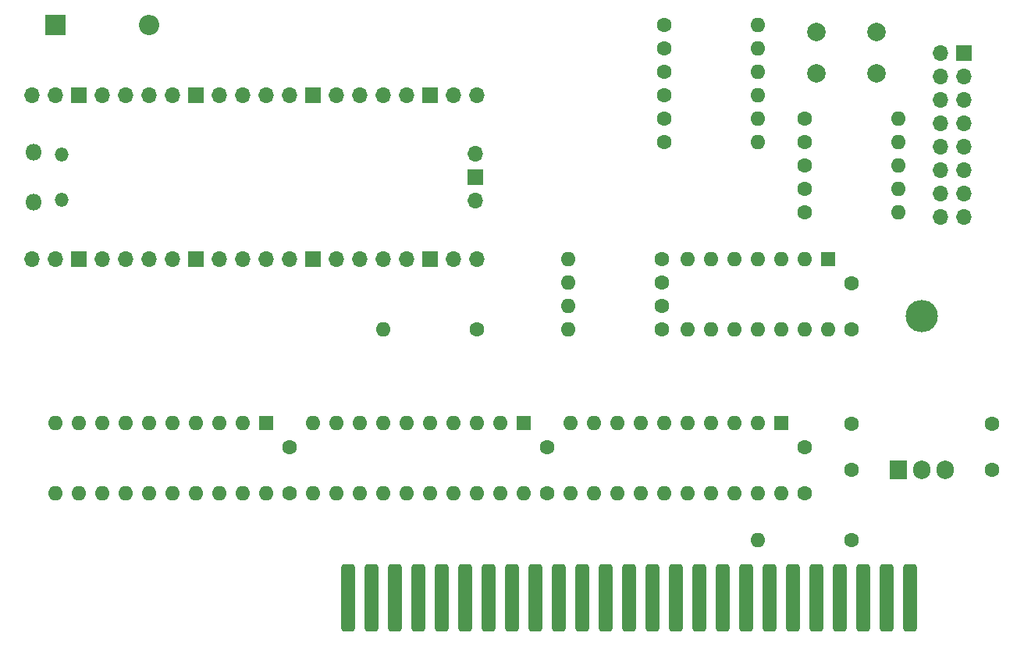
<source format=gbs>
%TF.GenerationSoftware,KiCad,Pcbnew,7.0.8-1.fc38*%
%TF.CreationDate,2023-10-28T17:25:26+02:00*%
%TF.ProjectId,AppleVGA,4170706c-6556-4474-912e-6b696361645f,A*%
%TF.SameCoordinates,Original*%
%TF.FileFunction,Soldermask,Bot*%
%TF.FilePolarity,Negative*%
%FSLAX46Y46*%
G04 Gerber Fmt 4.6, Leading zero omitted, Abs format (unit mm)*
G04 Created by KiCad (PCBNEW 7.0.8-1.fc38) date 2023-10-28 17:25:26*
%MOMM*%
%LPD*%
G01*
G04 APERTURE LIST*
G04 Aperture macros list*
%AMRoundRect*
0 Rectangle with rounded corners*
0 $1 Rounding radius*
0 $2 $3 $4 $5 $6 $7 $8 $9 X,Y pos of 4 corners*
0 Add a 4 corners polygon primitive as box body*
4,1,4,$2,$3,$4,$5,$6,$7,$8,$9,$2,$3,0*
0 Add four circle primitives for the rounded corners*
1,1,$1+$1,$2,$3*
1,1,$1+$1,$4,$5*
1,1,$1+$1,$6,$7*
1,1,$1+$1,$8,$9*
0 Add four rect primitives between the rounded corners*
20,1,$1+$1,$2,$3,$4,$5,0*
20,1,$1+$1,$4,$5,$6,$7,0*
20,1,$1+$1,$6,$7,$8,$9,0*
20,1,$1+$1,$8,$9,$2,$3,0*%
G04 Aperture macros list end*
%ADD10O,1.700000X1.700000*%
%ADD11R,1.700000X1.700000*%
%ADD12RoundRect,0.381000X0.381000X3.289000X-0.381000X3.289000X-0.381000X-3.289000X0.381000X-3.289000X0*%
%ADD13C,1.600000*%
%ADD14O,1.600000X1.600000*%
%ADD15O,1.800000X1.800000*%
%ADD16O,1.500000X1.500000*%
%ADD17R,2.200000X2.200000*%
%ADD18O,2.200000X2.200000*%
%ADD19C,2.000000*%
%ADD20R,1.600000X1.600000*%
%ADD21O,3.500000X3.500000*%
%ADD22R,1.905000X2.000000*%
%ADD23O,1.905000X2.000000*%
G04 APERTURE END LIST*
D10*
%TO.C,J2*%
X212852000Y-81788000D03*
X215392000Y-81788000D03*
X212852000Y-79248000D03*
X215392000Y-79248000D03*
X212852000Y-76708000D03*
X215392000Y-76708000D03*
X212852000Y-74168000D03*
X215392000Y-74168000D03*
X212852000Y-71628000D03*
X215392000Y-71628000D03*
X212852000Y-69088000D03*
X215392000Y-69088000D03*
X212852000Y-66548000D03*
X215392000Y-66548000D03*
X212852000Y-64008000D03*
D11*
X215392000Y-64008000D03*
%TD*%
D12*
%TO.C,J1*%
X148590000Y-123090000D03*
X151130000Y-123090000D03*
X153670000Y-123090000D03*
X156210000Y-123090000D03*
X158750000Y-123090000D03*
X161290000Y-123090000D03*
X163830000Y-123090000D03*
X166370000Y-123090000D03*
X168910000Y-123090000D03*
X171450000Y-123090000D03*
X173990000Y-123090000D03*
X176530000Y-123090000D03*
X179070000Y-123090000D03*
X181610000Y-123090000D03*
X184150000Y-123090000D03*
X186690000Y-123090000D03*
X189230000Y-123090000D03*
X191770000Y-123090000D03*
X194310000Y-123090000D03*
X196850000Y-123090000D03*
X199390000Y-123090000D03*
X201930000Y-123090000D03*
X204470000Y-123090000D03*
X207010000Y-123090000D03*
X209550000Y-123090000D03*
%TD*%
D13*
%TO.C,R2*%
X182626000Y-91440000D03*
D14*
X172466000Y-91440000D03*
%TD*%
D13*
%TO.C,R1*%
X182626000Y-88900000D03*
D14*
X172466000Y-88900000D03*
%TD*%
D13*
%TO.C,R6*%
X182880000Y-66040000D03*
D14*
X193040000Y-66040000D03*
%TD*%
D13*
%TO.C,R7*%
X182880000Y-73660000D03*
D14*
X193040000Y-73660000D03*
%TD*%
D13*
%TO.C,R14*%
X198120000Y-78740000D03*
D14*
X208280000Y-78740000D03*
%TD*%
D13*
%TO.C,R13*%
X198120000Y-81280000D03*
D14*
X208280000Y-81280000D03*
%TD*%
D13*
%TO.C,C2*%
X203200000Y-104220000D03*
X203200000Y-109220000D03*
%TD*%
%TO.C,C6*%
X203200000Y-93980000D03*
X203200000Y-88980000D03*
%TD*%
%TO.C,R11*%
X198120000Y-76200000D03*
D14*
X208280000Y-76200000D03*
%TD*%
D13*
%TO.C,R12*%
X198120000Y-73660000D03*
D14*
X208280000Y-73660000D03*
%TD*%
D13*
%TO.C,R10*%
X198120000Y-71120000D03*
D14*
X208280000Y-71120000D03*
%TD*%
D13*
%TO.C,R8*%
X182880000Y-71120000D03*
D14*
X193040000Y-71120000D03*
%TD*%
D13*
%TO.C,R9*%
X182880000Y-68580000D03*
D14*
X193040000Y-68580000D03*
%TD*%
D10*
%TO.C,U6*%
X162330000Y-74930000D03*
D11*
X162330000Y-77470000D03*
D10*
X162330000Y-80010000D03*
X114300000Y-68580000D03*
X116840000Y-68580000D03*
D11*
X119380000Y-68580000D03*
D10*
X121920000Y-68580000D03*
X124460000Y-68580000D03*
X127000000Y-68580000D03*
X129540000Y-68580000D03*
D11*
X132080000Y-68580000D03*
D10*
X134620000Y-68580000D03*
X137160000Y-68580000D03*
X139700000Y-68580000D03*
X142240000Y-68580000D03*
D11*
X144780000Y-68580000D03*
D10*
X147320000Y-68580000D03*
X149860000Y-68580000D03*
X152400000Y-68580000D03*
X154940000Y-68580000D03*
D11*
X157480000Y-68580000D03*
D10*
X160020000Y-68580000D03*
X162560000Y-68580000D03*
X162560000Y-86360000D03*
X160020000Y-86360000D03*
D11*
X157480000Y-86360000D03*
D10*
X154940000Y-86360000D03*
X152400000Y-86360000D03*
X149860000Y-86360000D03*
X147320000Y-86360000D03*
D11*
X144780000Y-86360000D03*
D10*
X142240000Y-86360000D03*
X139700000Y-86360000D03*
X137160000Y-86360000D03*
X134620000Y-86360000D03*
D11*
X132080000Y-86360000D03*
D10*
X129540000Y-86360000D03*
X127000000Y-86360000D03*
X124460000Y-86360000D03*
X121920000Y-86360000D03*
D11*
X119380000Y-86360000D03*
D10*
X116840000Y-86360000D03*
X114300000Y-86360000D03*
D15*
X114430000Y-74745000D03*
D16*
X117460000Y-75045000D03*
X117460000Y-79895000D03*
D15*
X114430000Y-80195000D03*
%TD*%
D17*
%TO.C,D1*%
X116840000Y-60960000D03*
D18*
X127000000Y-60960000D03*
%TD*%
D13*
%TO.C,R3*%
X182626000Y-86360000D03*
D14*
X172466000Y-86360000D03*
%TD*%
D13*
%TO.C,R15*%
X203200000Y-116840000D03*
D14*
X193040000Y-116840000D03*
%TD*%
D13*
%TO.C,R16*%
X162560000Y-93980000D03*
D14*
X152400000Y-93980000D03*
%TD*%
D19*
%TO.C,SW1*%
X205890000Y-66222000D03*
X199390000Y-66222000D03*
X205890000Y-61722000D03*
X199390000Y-61722000D03*
%TD*%
D20*
%TO.C,U1*%
X195580000Y-104140000D03*
D14*
X193040000Y-104140000D03*
X190500000Y-104140000D03*
X187960000Y-104140000D03*
X185420000Y-104140000D03*
X182880000Y-104140000D03*
X180340000Y-104140000D03*
X177800000Y-104140000D03*
X175260000Y-104140000D03*
X172720000Y-104140000D03*
X172720000Y-111760000D03*
X175260000Y-111760000D03*
X177800000Y-111760000D03*
X180340000Y-111760000D03*
X182880000Y-111760000D03*
X185420000Y-111760000D03*
X187960000Y-111760000D03*
X190500000Y-111760000D03*
X193040000Y-111760000D03*
X195580000Y-111760000D03*
%TD*%
D20*
%TO.C,U3*%
X139700000Y-104140000D03*
D14*
X137160000Y-104140000D03*
X134620000Y-104140000D03*
X132080000Y-104140000D03*
X129540000Y-104140000D03*
X127000000Y-104140000D03*
X124460000Y-104140000D03*
X121920000Y-104140000D03*
X119380000Y-104140000D03*
X116840000Y-104140000D03*
X116840000Y-111760000D03*
X119380000Y-111760000D03*
X121920000Y-111760000D03*
X124460000Y-111760000D03*
X127000000Y-111760000D03*
X129540000Y-111760000D03*
X132080000Y-111760000D03*
X134620000Y-111760000D03*
X137160000Y-111760000D03*
X139700000Y-111760000D03*
%TD*%
D20*
%TO.C,U2*%
X167640000Y-104140000D03*
D14*
X165100000Y-104140000D03*
X162560000Y-104140000D03*
X160020000Y-104140000D03*
X157480000Y-104140000D03*
X154940000Y-104140000D03*
X152400000Y-104140000D03*
X149860000Y-104140000D03*
X147320000Y-104140000D03*
X144780000Y-104140000D03*
X144780000Y-111760000D03*
X147320000Y-111760000D03*
X149860000Y-111760000D03*
X152400000Y-111760000D03*
X154940000Y-111760000D03*
X157480000Y-111760000D03*
X160020000Y-111760000D03*
X162560000Y-111760000D03*
X165100000Y-111760000D03*
X167640000Y-111760000D03*
%TD*%
D20*
%TO.C,U4*%
X200660000Y-86360000D03*
D14*
X198120000Y-86360000D03*
X195580000Y-86360000D03*
X193040000Y-86360000D03*
X190500000Y-86360000D03*
X187960000Y-86360000D03*
X185420000Y-86360000D03*
X185420000Y-93980000D03*
X187960000Y-93980000D03*
X190500000Y-93980000D03*
X193040000Y-93980000D03*
X195580000Y-93980000D03*
X198120000Y-93980000D03*
X200660000Y-93980000D03*
%TD*%
D13*
%TO.C,C5*%
X142240000Y-106760000D03*
X142240000Y-111760000D03*
%TD*%
%TO.C,C4*%
X170180000Y-111760000D03*
X170180000Y-106760000D03*
%TD*%
%TO.C,C3*%
X198120000Y-106760000D03*
X198120000Y-111760000D03*
%TD*%
%TO.C,R17*%
X182626000Y-93980000D03*
D14*
X172466000Y-93980000D03*
%TD*%
D21*
%TO.C,U5*%
X210820000Y-92560000D03*
D22*
X208280000Y-109220000D03*
D23*
X210820000Y-109220000D03*
X213360000Y-109220000D03*
%TD*%
D13*
%TO.C,C1*%
X218440000Y-104220000D03*
X218440000Y-109220000D03*
%TD*%
%TO.C,R5*%
X182880000Y-63500000D03*
D14*
X193040000Y-63500000D03*
%TD*%
D13*
%TO.C,R4*%
X182880000Y-60960000D03*
D14*
X193040000Y-60960000D03*
%TD*%
M02*

</source>
